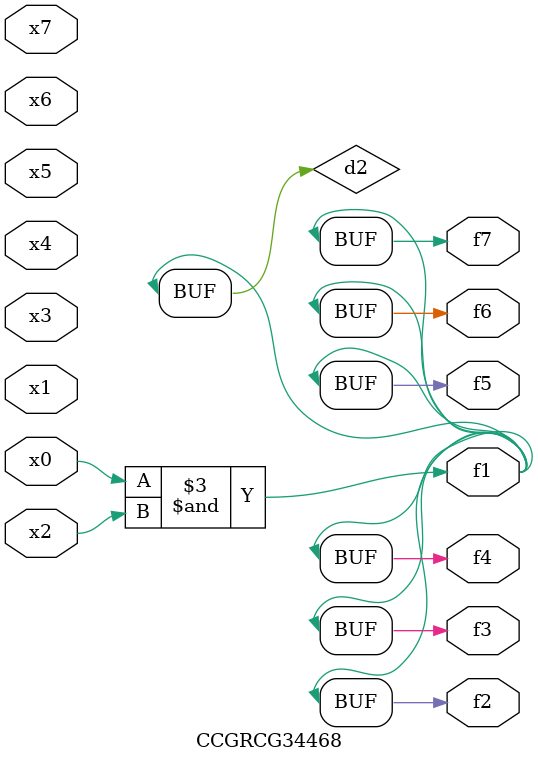
<source format=v>
module CCGRCG34468(
	input x0, x1, x2, x3, x4, x5, x6, x7,
	output f1, f2, f3, f4, f5, f6, f7
);

	wire d1, d2;

	nor (d1, x3, x6);
	and (d2, x0, x2);
	assign f1 = d2;
	assign f2 = d2;
	assign f3 = d2;
	assign f4 = d2;
	assign f5 = d2;
	assign f6 = d2;
	assign f7 = d2;
endmodule

</source>
